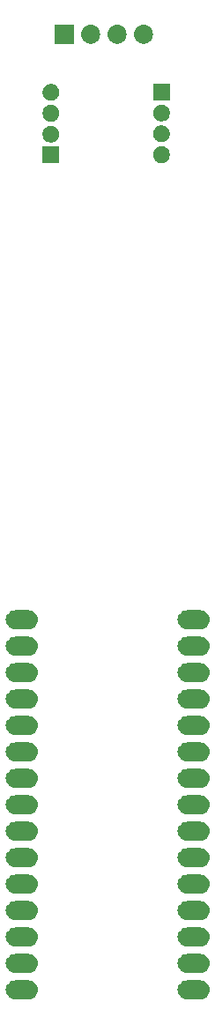
<source format=gbr>
G04 #@! TF.GenerationSoftware,KiCad,Pcbnew,(5.1.0-0)*
G04 #@! TF.CreationDate,2020-01-22T16:50:41+01:00*
G04 #@! TF.ProjectId,pino_brd_v01,70696e6f-5f62-4726-945f-7630312e6b69,rev?*
G04 #@! TF.SameCoordinates,Original*
G04 #@! TF.FileFunction,Soldermask,Bot*
G04 #@! TF.FilePolarity,Negative*
%FSLAX46Y46*%
G04 Gerber Fmt 4.6, Leading zero omitted, Abs format (unit mm)*
G04 Created by KiCad (PCBNEW (5.1.0-0)) date 2020-01-22 16:50:41*
%MOMM*%
%LPD*%
G04 APERTURE LIST*
%ADD10C,0.100000*%
G04 APERTURE END LIST*
D10*
G36*
X23158163Y5126121D02*
G01*
X23224347Y5119603D01*
X23394186Y5068083D01*
X23550711Y4984418D01*
X23586449Y4955088D01*
X23687906Y4871826D01*
X23771168Y4770369D01*
X23800498Y4734631D01*
X23884163Y4578106D01*
X23935683Y4408267D01*
X23953079Y4231640D01*
X23935683Y4055013D01*
X23884163Y3885174D01*
X23800498Y3728649D01*
X23771168Y3692911D01*
X23687906Y3591454D01*
X23586449Y3508192D01*
X23550711Y3478862D01*
X23394186Y3395197D01*
X23224347Y3343677D01*
X23158163Y3337159D01*
X23091980Y3330640D01*
X21703460Y3330640D01*
X21637277Y3337159D01*
X21571093Y3343677D01*
X21401254Y3395197D01*
X21244729Y3478862D01*
X21208991Y3508192D01*
X21107534Y3591454D01*
X21024272Y3692911D01*
X20994942Y3728649D01*
X20911277Y3885174D01*
X20859757Y4055013D01*
X20842361Y4231640D01*
X20859757Y4408267D01*
X20911277Y4578106D01*
X20994942Y4734631D01*
X21024272Y4770369D01*
X21107534Y4871826D01*
X21208991Y4955088D01*
X21244729Y4984418D01*
X21401254Y5068083D01*
X21571093Y5119603D01*
X21637277Y5126121D01*
X21703460Y5132640D01*
X23091980Y5132640D01*
X23158163Y5126121D01*
X23158163Y5126121D01*
G37*
G36*
X6648163Y5126121D02*
G01*
X6714347Y5119603D01*
X6884186Y5068083D01*
X7040711Y4984418D01*
X7076449Y4955088D01*
X7177906Y4871826D01*
X7261168Y4770369D01*
X7290498Y4734631D01*
X7374163Y4578106D01*
X7425683Y4408267D01*
X7443079Y4231640D01*
X7425683Y4055013D01*
X7374163Y3885174D01*
X7290498Y3728649D01*
X7261168Y3692911D01*
X7177906Y3591454D01*
X7076449Y3508192D01*
X7040711Y3478862D01*
X6884186Y3395197D01*
X6714347Y3343677D01*
X6648163Y3337159D01*
X6581980Y3330640D01*
X5193460Y3330640D01*
X5127277Y3337159D01*
X5061093Y3343677D01*
X4891254Y3395197D01*
X4734729Y3478862D01*
X4698991Y3508192D01*
X4597534Y3591454D01*
X4514272Y3692911D01*
X4484942Y3728649D01*
X4401277Y3885174D01*
X4349757Y4055013D01*
X4332361Y4231640D01*
X4349757Y4408267D01*
X4401277Y4578106D01*
X4484942Y4734631D01*
X4514272Y4770369D01*
X4597534Y4871826D01*
X4698991Y4955088D01*
X4734729Y4984418D01*
X4891254Y5068083D01*
X5061093Y5119603D01*
X5127277Y5126121D01*
X5193460Y5132640D01*
X6581980Y5132640D01*
X6648163Y5126121D01*
X6648163Y5126121D01*
G37*
G36*
X23158163Y7666121D02*
G01*
X23224347Y7659603D01*
X23394186Y7608083D01*
X23550711Y7524418D01*
X23586449Y7495088D01*
X23687906Y7411826D01*
X23771168Y7310369D01*
X23800498Y7274631D01*
X23884163Y7118106D01*
X23935683Y6948267D01*
X23953079Y6771640D01*
X23935683Y6595013D01*
X23884163Y6425174D01*
X23800498Y6268649D01*
X23771168Y6232911D01*
X23687906Y6131454D01*
X23586449Y6048192D01*
X23550711Y6018862D01*
X23394186Y5935197D01*
X23224347Y5883677D01*
X23158162Y5877158D01*
X23091980Y5870640D01*
X21703460Y5870640D01*
X21637277Y5877159D01*
X21571093Y5883677D01*
X21401254Y5935197D01*
X21244729Y6018862D01*
X21208991Y6048192D01*
X21107534Y6131454D01*
X21024272Y6232911D01*
X20994942Y6268649D01*
X20911277Y6425174D01*
X20859757Y6595013D01*
X20842361Y6771640D01*
X20859757Y6948267D01*
X20911277Y7118106D01*
X20994942Y7274631D01*
X21024272Y7310369D01*
X21107534Y7411826D01*
X21208991Y7495088D01*
X21244729Y7524418D01*
X21401254Y7608083D01*
X21571093Y7659603D01*
X21637277Y7666121D01*
X21703460Y7672640D01*
X23091980Y7672640D01*
X23158163Y7666121D01*
X23158163Y7666121D01*
G37*
G36*
X6648163Y7666121D02*
G01*
X6714347Y7659603D01*
X6884186Y7608083D01*
X7040711Y7524418D01*
X7076449Y7495088D01*
X7177906Y7411826D01*
X7261168Y7310369D01*
X7290498Y7274631D01*
X7374163Y7118106D01*
X7425683Y6948267D01*
X7443079Y6771640D01*
X7425683Y6595013D01*
X7374163Y6425174D01*
X7290498Y6268649D01*
X7261168Y6232911D01*
X7177906Y6131454D01*
X7076449Y6048192D01*
X7040711Y6018862D01*
X6884186Y5935197D01*
X6714347Y5883677D01*
X6648162Y5877158D01*
X6581980Y5870640D01*
X5193460Y5870640D01*
X5127278Y5877158D01*
X5061093Y5883677D01*
X4891254Y5935197D01*
X4734729Y6018862D01*
X4698991Y6048192D01*
X4597534Y6131454D01*
X4514272Y6232911D01*
X4484942Y6268649D01*
X4401277Y6425174D01*
X4349757Y6595013D01*
X4332361Y6771640D01*
X4349757Y6948267D01*
X4401277Y7118106D01*
X4484942Y7274631D01*
X4514272Y7310369D01*
X4597534Y7411826D01*
X4698991Y7495088D01*
X4734729Y7524418D01*
X4891254Y7608083D01*
X5061093Y7659603D01*
X5127277Y7666121D01*
X5193460Y7672640D01*
X6581980Y7672640D01*
X6648163Y7666121D01*
X6648163Y7666121D01*
G37*
G36*
X23158163Y10206121D02*
G01*
X23224347Y10199603D01*
X23394186Y10148083D01*
X23550711Y10064418D01*
X23586449Y10035088D01*
X23687906Y9951826D01*
X23771168Y9850369D01*
X23800498Y9814631D01*
X23884163Y9658106D01*
X23935683Y9488267D01*
X23953079Y9311640D01*
X23935683Y9135013D01*
X23884163Y8965174D01*
X23800498Y8808649D01*
X23771168Y8772911D01*
X23687906Y8671454D01*
X23586449Y8588192D01*
X23550711Y8558862D01*
X23394186Y8475197D01*
X23224347Y8423677D01*
X23158162Y8417158D01*
X23091980Y8410640D01*
X21703460Y8410640D01*
X21637278Y8417158D01*
X21571093Y8423677D01*
X21401254Y8475197D01*
X21244729Y8558862D01*
X21208991Y8588192D01*
X21107534Y8671454D01*
X21024272Y8772911D01*
X20994942Y8808649D01*
X20911277Y8965174D01*
X20859757Y9135013D01*
X20842361Y9311640D01*
X20859757Y9488267D01*
X20911277Y9658106D01*
X20994942Y9814631D01*
X21024272Y9850369D01*
X21107534Y9951826D01*
X21208991Y10035088D01*
X21244729Y10064418D01*
X21401254Y10148083D01*
X21571093Y10199603D01*
X21637277Y10206121D01*
X21703460Y10212640D01*
X23091980Y10212640D01*
X23158163Y10206121D01*
X23158163Y10206121D01*
G37*
G36*
X6648163Y10206121D02*
G01*
X6714347Y10199603D01*
X6884186Y10148083D01*
X7040711Y10064418D01*
X7076449Y10035088D01*
X7177906Y9951826D01*
X7261168Y9850369D01*
X7290498Y9814631D01*
X7374163Y9658106D01*
X7425683Y9488267D01*
X7443079Y9311640D01*
X7425683Y9135013D01*
X7374163Y8965174D01*
X7290498Y8808649D01*
X7261168Y8772911D01*
X7177906Y8671454D01*
X7076449Y8588192D01*
X7040711Y8558862D01*
X6884186Y8475197D01*
X6714347Y8423677D01*
X6648162Y8417158D01*
X6581980Y8410640D01*
X5193460Y8410640D01*
X5127278Y8417158D01*
X5061093Y8423677D01*
X4891254Y8475197D01*
X4734729Y8558862D01*
X4698991Y8588192D01*
X4597534Y8671454D01*
X4514272Y8772911D01*
X4484942Y8808649D01*
X4401277Y8965174D01*
X4349757Y9135013D01*
X4332361Y9311640D01*
X4349757Y9488267D01*
X4401277Y9658106D01*
X4484942Y9814631D01*
X4514272Y9850369D01*
X4597534Y9951826D01*
X4698991Y10035088D01*
X4734729Y10064418D01*
X4891254Y10148083D01*
X5061093Y10199603D01*
X5127277Y10206121D01*
X5193460Y10212640D01*
X6581980Y10212640D01*
X6648163Y10206121D01*
X6648163Y10206121D01*
G37*
G36*
X23158162Y12746122D02*
G01*
X23224347Y12739603D01*
X23394186Y12688083D01*
X23550711Y12604418D01*
X23586449Y12575088D01*
X23687906Y12491826D01*
X23771168Y12390369D01*
X23800498Y12354631D01*
X23884163Y12198106D01*
X23935683Y12028267D01*
X23953079Y11851640D01*
X23935683Y11675013D01*
X23884163Y11505174D01*
X23800498Y11348649D01*
X23771168Y11312911D01*
X23687906Y11211454D01*
X23586449Y11128192D01*
X23550711Y11098862D01*
X23394186Y11015197D01*
X23224347Y10963677D01*
X23158162Y10957158D01*
X23091980Y10950640D01*
X21703460Y10950640D01*
X21637278Y10957158D01*
X21571093Y10963677D01*
X21401254Y11015197D01*
X21244729Y11098862D01*
X21208991Y11128192D01*
X21107534Y11211454D01*
X21024272Y11312911D01*
X20994942Y11348649D01*
X20911277Y11505174D01*
X20859757Y11675013D01*
X20842361Y11851640D01*
X20859757Y12028267D01*
X20911277Y12198106D01*
X20994942Y12354631D01*
X21024272Y12390369D01*
X21107534Y12491826D01*
X21208991Y12575088D01*
X21244729Y12604418D01*
X21401254Y12688083D01*
X21571093Y12739603D01*
X21637277Y12746121D01*
X21703460Y12752640D01*
X23091980Y12752640D01*
X23158162Y12746122D01*
X23158162Y12746122D01*
G37*
G36*
X6648162Y12746122D02*
G01*
X6714347Y12739603D01*
X6884186Y12688083D01*
X7040711Y12604418D01*
X7076449Y12575088D01*
X7177906Y12491826D01*
X7261168Y12390369D01*
X7290498Y12354631D01*
X7374163Y12198106D01*
X7425683Y12028267D01*
X7443079Y11851640D01*
X7425683Y11675013D01*
X7374163Y11505174D01*
X7290498Y11348649D01*
X7261168Y11312911D01*
X7177906Y11211454D01*
X7076449Y11128192D01*
X7040711Y11098862D01*
X6884186Y11015197D01*
X6714347Y10963677D01*
X6648162Y10957158D01*
X6581980Y10950640D01*
X5193460Y10950640D01*
X5127278Y10957158D01*
X5061093Y10963677D01*
X4891254Y11015197D01*
X4734729Y11098862D01*
X4698991Y11128192D01*
X4597534Y11211454D01*
X4514272Y11312911D01*
X4484942Y11348649D01*
X4401277Y11505174D01*
X4349757Y11675013D01*
X4332361Y11851640D01*
X4349757Y12028267D01*
X4401277Y12198106D01*
X4484942Y12354631D01*
X4514272Y12390369D01*
X4597534Y12491826D01*
X4698991Y12575088D01*
X4734729Y12604418D01*
X4891254Y12688083D01*
X5061093Y12739603D01*
X5127277Y12746121D01*
X5193460Y12752640D01*
X6581980Y12752640D01*
X6648162Y12746122D01*
X6648162Y12746122D01*
G37*
G36*
X6648163Y15286121D02*
G01*
X6714347Y15279603D01*
X6884186Y15228083D01*
X7040711Y15144418D01*
X7076449Y15115088D01*
X7177906Y15031826D01*
X7261168Y14930369D01*
X7290498Y14894631D01*
X7374163Y14738106D01*
X7425683Y14568267D01*
X7443079Y14391640D01*
X7425683Y14215013D01*
X7374163Y14045174D01*
X7290498Y13888649D01*
X7261168Y13852911D01*
X7177906Y13751454D01*
X7076449Y13668192D01*
X7040711Y13638862D01*
X6884186Y13555197D01*
X6714347Y13503677D01*
X6648162Y13497158D01*
X6581980Y13490640D01*
X5193460Y13490640D01*
X5127278Y13497158D01*
X5061093Y13503677D01*
X4891254Y13555197D01*
X4734729Y13638862D01*
X4698991Y13668192D01*
X4597534Y13751454D01*
X4514272Y13852911D01*
X4484942Y13888649D01*
X4401277Y14045174D01*
X4349757Y14215013D01*
X4332361Y14391640D01*
X4349757Y14568267D01*
X4401277Y14738106D01*
X4484942Y14894631D01*
X4514272Y14930369D01*
X4597534Y15031826D01*
X4698991Y15115088D01*
X4734729Y15144418D01*
X4891254Y15228083D01*
X5061093Y15279603D01*
X5127277Y15286121D01*
X5193460Y15292640D01*
X6581980Y15292640D01*
X6648163Y15286121D01*
X6648163Y15286121D01*
G37*
G36*
X23158163Y15286121D02*
G01*
X23224347Y15279603D01*
X23394186Y15228083D01*
X23550711Y15144418D01*
X23586449Y15115088D01*
X23687906Y15031826D01*
X23771168Y14930369D01*
X23800498Y14894631D01*
X23884163Y14738106D01*
X23935683Y14568267D01*
X23953079Y14391640D01*
X23935683Y14215013D01*
X23884163Y14045174D01*
X23800498Y13888649D01*
X23771168Y13852911D01*
X23687906Y13751454D01*
X23586449Y13668192D01*
X23550711Y13638862D01*
X23394186Y13555197D01*
X23224347Y13503677D01*
X23158162Y13497158D01*
X23091980Y13490640D01*
X21703460Y13490640D01*
X21637278Y13497158D01*
X21571093Y13503677D01*
X21401254Y13555197D01*
X21244729Y13638862D01*
X21208991Y13668192D01*
X21107534Y13751454D01*
X21024272Y13852911D01*
X20994942Y13888649D01*
X20911277Y14045174D01*
X20859757Y14215013D01*
X20842361Y14391640D01*
X20859757Y14568267D01*
X20911277Y14738106D01*
X20994942Y14894631D01*
X21024272Y14930369D01*
X21107534Y15031826D01*
X21208991Y15115088D01*
X21244729Y15144418D01*
X21401254Y15228083D01*
X21571093Y15279603D01*
X21637277Y15286121D01*
X21703460Y15292640D01*
X23091980Y15292640D01*
X23158163Y15286121D01*
X23158163Y15286121D01*
G37*
G36*
X6648163Y17826121D02*
G01*
X6714347Y17819603D01*
X6884186Y17768083D01*
X7040711Y17684418D01*
X7076449Y17655088D01*
X7177906Y17571826D01*
X7261168Y17470369D01*
X7290498Y17434631D01*
X7374163Y17278106D01*
X7425683Y17108267D01*
X7443079Y16931640D01*
X7425683Y16755013D01*
X7374163Y16585174D01*
X7290498Y16428649D01*
X7261168Y16392911D01*
X7177906Y16291454D01*
X7076449Y16208192D01*
X7040711Y16178862D01*
X6884186Y16095197D01*
X6714347Y16043677D01*
X6648163Y16037159D01*
X6581980Y16030640D01*
X5193460Y16030640D01*
X5127277Y16037159D01*
X5061093Y16043677D01*
X4891254Y16095197D01*
X4734729Y16178862D01*
X4698991Y16208192D01*
X4597534Y16291454D01*
X4514272Y16392911D01*
X4484942Y16428649D01*
X4401277Y16585174D01*
X4349757Y16755013D01*
X4332361Y16931640D01*
X4349757Y17108267D01*
X4401277Y17278106D01*
X4484942Y17434631D01*
X4514272Y17470369D01*
X4597534Y17571826D01*
X4698991Y17655088D01*
X4734729Y17684418D01*
X4891254Y17768083D01*
X5061093Y17819603D01*
X5127277Y17826121D01*
X5193460Y17832640D01*
X6581980Y17832640D01*
X6648163Y17826121D01*
X6648163Y17826121D01*
G37*
G36*
X23158163Y17826121D02*
G01*
X23224347Y17819603D01*
X23394186Y17768083D01*
X23550711Y17684418D01*
X23586449Y17655088D01*
X23687906Y17571826D01*
X23771168Y17470369D01*
X23800498Y17434631D01*
X23884163Y17278106D01*
X23935683Y17108267D01*
X23953079Y16931640D01*
X23935683Y16755013D01*
X23884163Y16585174D01*
X23800498Y16428649D01*
X23771168Y16392911D01*
X23687906Y16291454D01*
X23586449Y16208192D01*
X23550711Y16178862D01*
X23394186Y16095197D01*
X23224347Y16043677D01*
X23158163Y16037159D01*
X23091980Y16030640D01*
X21703460Y16030640D01*
X21637277Y16037159D01*
X21571093Y16043677D01*
X21401254Y16095197D01*
X21244729Y16178862D01*
X21208991Y16208192D01*
X21107534Y16291454D01*
X21024272Y16392911D01*
X20994942Y16428649D01*
X20911277Y16585174D01*
X20859757Y16755013D01*
X20842361Y16931640D01*
X20859757Y17108267D01*
X20911277Y17278106D01*
X20994942Y17434631D01*
X21024272Y17470369D01*
X21107534Y17571826D01*
X21208991Y17655088D01*
X21244729Y17684418D01*
X21401254Y17768083D01*
X21571093Y17819603D01*
X21637277Y17826121D01*
X21703460Y17832640D01*
X23091980Y17832640D01*
X23158163Y17826121D01*
X23158163Y17826121D01*
G37*
G36*
X23158163Y20366121D02*
G01*
X23224347Y20359603D01*
X23394186Y20308083D01*
X23550711Y20224418D01*
X23586449Y20195088D01*
X23687906Y20111826D01*
X23771168Y20010369D01*
X23800498Y19974631D01*
X23884163Y19818106D01*
X23935683Y19648267D01*
X23953079Y19471640D01*
X23935683Y19295013D01*
X23884163Y19125174D01*
X23800498Y18968649D01*
X23771168Y18932911D01*
X23687906Y18831454D01*
X23586449Y18748192D01*
X23550711Y18718862D01*
X23394186Y18635197D01*
X23224347Y18583677D01*
X23158162Y18577158D01*
X23091980Y18570640D01*
X21703460Y18570640D01*
X21637278Y18577158D01*
X21571093Y18583677D01*
X21401254Y18635197D01*
X21244729Y18718862D01*
X21208991Y18748192D01*
X21107534Y18831454D01*
X21024272Y18932911D01*
X20994942Y18968649D01*
X20911277Y19125174D01*
X20859757Y19295013D01*
X20842361Y19471640D01*
X20859757Y19648267D01*
X20911277Y19818106D01*
X20994942Y19974631D01*
X21024272Y20010369D01*
X21107534Y20111826D01*
X21208991Y20195088D01*
X21244729Y20224418D01*
X21401254Y20308083D01*
X21571093Y20359603D01*
X21637277Y20366121D01*
X21703460Y20372640D01*
X23091980Y20372640D01*
X23158163Y20366121D01*
X23158163Y20366121D01*
G37*
G36*
X6648163Y20366121D02*
G01*
X6714347Y20359603D01*
X6884186Y20308083D01*
X7040711Y20224418D01*
X7076449Y20195088D01*
X7177906Y20111826D01*
X7261168Y20010369D01*
X7290498Y19974631D01*
X7374163Y19818106D01*
X7425683Y19648267D01*
X7443079Y19471640D01*
X7425683Y19295013D01*
X7374163Y19125174D01*
X7290498Y18968649D01*
X7261168Y18932911D01*
X7177906Y18831454D01*
X7076449Y18748192D01*
X7040711Y18718862D01*
X6884186Y18635197D01*
X6714347Y18583677D01*
X6648162Y18577158D01*
X6581980Y18570640D01*
X5193460Y18570640D01*
X5127278Y18577158D01*
X5061093Y18583677D01*
X4891254Y18635197D01*
X4734729Y18718862D01*
X4698991Y18748192D01*
X4597534Y18831454D01*
X4514272Y18932911D01*
X4484942Y18968649D01*
X4401277Y19125174D01*
X4349757Y19295013D01*
X4332361Y19471640D01*
X4349757Y19648267D01*
X4401277Y19818106D01*
X4484942Y19974631D01*
X4514272Y20010369D01*
X4597534Y20111826D01*
X4698991Y20195088D01*
X4734729Y20224418D01*
X4891254Y20308083D01*
X5061093Y20359603D01*
X5127277Y20366121D01*
X5193460Y20372640D01*
X6581980Y20372640D01*
X6648163Y20366121D01*
X6648163Y20366121D01*
G37*
G36*
X6648162Y22906122D02*
G01*
X6714347Y22899603D01*
X6884186Y22848083D01*
X7040711Y22764418D01*
X7076449Y22735088D01*
X7177906Y22651826D01*
X7261168Y22550369D01*
X7290498Y22514631D01*
X7374163Y22358106D01*
X7425683Y22188267D01*
X7443079Y22011640D01*
X7425683Y21835013D01*
X7374163Y21665174D01*
X7290498Y21508649D01*
X7261168Y21472911D01*
X7177906Y21371454D01*
X7076449Y21288192D01*
X7040711Y21258862D01*
X6884186Y21175197D01*
X6714347Y21123677D01*
X6648162Y21117158D01*
X6581980Y21110640D01*
X5193460Y21110640D01*
X5127278Y21117158D01*
X5061093Y21123677D01*
X4891254Y21175197D01*
X4734729Y21258862D01*
X4698991Y21288192D01*
X4597534Y21371454D01*
X4514272Y21472911D01*
X4484942Y21508649D01*
X4401277Y21665174D01*
X4349757Y21835013D01*
X4332361Y22011640D01*
X4349757Y22188267D01*
X4401277Y22358106D01*
X4484942Y22514631D01*
X4514272Y22550369D01*
X4597534Y22651826D01*
X4698991Y22735088D01*
X4734729Y22764418D01*
X4891254Y22848083D01*
X5061093Y22899603D01*
X5127278Y22906122D01*
X5193460Y22912640D01*
X6581980Y22912640D01*
X6648162Y22906122D01*
X6648162Y22906122D01*
G37*
G36*
X23158162Y22906122D02*
G01*
X23224347Y22899603D01*
X23394186Y22848083D01*
X23550711Y22764418D01*
X23586449Y22735088D01*
X23687906Y22651826D01*
X23771168Y22550369D01*
X23800498Y22514631D01*
X23884163Y22358106D01*
X23935683Y22188267D01*
X23953079Y22011640D01*
X23935683Y21835013D01*
X23884163Y21665174D01*
X23800498Y21508649D01*
X23771168Y21472911D01*
X23687906Y21371454D01*
X23586449Y21288192D01*
X23550711Y21258862D01*
X23394186Y21175197D01*
X23224347Y21123677D01*
X23158162Y21117158D01*
X23091980Y21110640D01*
X21703460Y21110640D01*
X21637278Y21117158D01*
X21571093Y21123677D01*
X21401254Y21175197D01*
X21244729Y21258862D01*
X21208991Y21288192D01*
X21107534Y21371454D01*
X21024272Y21472911D01*
X20994942Y21508649D01*
X20911277Y21665174D01*
X20859757Y21835013D01*
X20842361Y22011640D01*
X20859757Y22188267D01*
X20911277Y22358106D01*
X20994942Y22514631D01*
X21024272Y22550369D01*
X21107534Y22651826D01*
X21208991Y22735088D01*
X21244729Y22764418D01*
X21401254Y22848083D01*
X21571093Y22899603D01*
X21637278Y22906122D01*
X21703460Y22912640D01*
X23091980Y22912640D01*
X23158162Y22906122D01*
X23158162Y22906122D01*
G37*
G36*
X6648162Y25446122D02*
G01*
X6714347Y25439603D01*
X6884186Y25388083D01*
X7040711Y25304418D01*
X7076449Y25275088D01*
X7177906Y25191826D01*
X7261168Y25090369D01*
X7290498Y25054631D01*
X7374163Y24898106D01*
X7425683Y24728267D01*
X7443079Y24551640D01*
X7425683Y24375013D01*
X7374163Y24205174D01*
X7290498Y24048649D01*
X7261168Y24012911D01*
X7177906Y23911454D01*
X7076449Y23828192D01*
X7040711Y23798862D01*
X6884186Y23715197D01*
X6714347Y23663677D01*
X6648162Y23657158D01*
X6581980Y23650640D01*
X5193460Y23650640D01*
X5127278Y23657158D01*
X5061093Y23663677D01*
X4891254Y23715197D01*
X4734729Y23798862D01*
X4698991Y23828192D01*
X4597534Y23911454D01*
X4514272Y24012911D01*
X4484942Y24048649D01*
X4401277Y24205174D01*
X4349757Y24375013D01*
X4332361Y24551640D01*
X4349757Y24728267D01*
X4401277Y24898106D01*
X4484942Y25054631D01*
X4514272Y25090369D01*
X4597534Y25191826D01*
X4698991Y25275088D01*
X4734729Y25304418D01*
X4891254Y25388083D01*
X5061093Y25439603D01*
X5127278Y25446122D01*
X5193460Y25452640D01*
X6581980Y25452640D01*
X6648162Y25446122D01*
X6648162Y25446122D01*
G37*
G36*
X23158162Y25446122D02*
G01*
X23224347Y25439603D01*
X23394186Y25388083D01*
X23550711Y25304418D01*
X23586449Y25275088D01*
X23687906Y25191826D01*
X23771168Y25090369D01*
X23800498Y25054631D01*
X23884163Y24898106D01*
X23935683Y24728267D01*
X23953079Y24551640D01*
X23935683Y24375013D01*
X23884163Y24205174D01*
X23800498Y24048649D01*
X23771168Y24012911D01*
X23687906Y23911454D01*
X23586449Y23828192D01*
X23550711Y23798862D01*
X23394186Y23715197D01*
X23224347Y23663677D01*
X23158162Y23657158D01*
X23091980Y23650640D01*
X21703460Y23650640D01*
X21637278Y23657158D01*
X21571093Y23663677D01*
X21401254Y23715197D01*
X21244729Y23798862D01*
X21208991Y23828192D01*
X21107534Y23911454D01*
X21024272Y24012911D01*
X20994942Y24048649D01*
X20911277Y24205174D01*
X20859757Y24375013D01*
X20842361Y24551640D01*
X20859757Y24728267D01*
X20911277Y24898106D01*
X20994942Y25054631D01*
X21024272Y25090369D01*
X21107534Y25191826D01*
X21208991Y25275088D01*
X21244729Y25304418D01*
X21401254Y25388083D01*
X21571093Y25439603D01*
X21637278Y25446122D01*
X21703460Y25452640D01*
X23091980Y25452640D01*
X23158162Y25446122D01*
X23158162Y25446122D01*
G37*
G36*
X6648163Y27986121D02*
G01*
X6714347Y27979603D01*
X6884186Y27928083D01*
X7040711Y27844418D01*
X7076449Y27815088D01*
X7177906Y27731826D01*
X7261168Y27630369D01*
X7290498Y27594631D01*
X7374163Y27438106D01*
X7425683Y27268267D01*
X7443079Y27091640D01*
X7425683Y26915013D01*
X7374163Y26745174D01*
X7290498Y26588649D01*
X7261168Y26552911D01*
X7177906Y26451454D01*
X7076449Y26368192D01*
X7040711Y26338862D01*
X6884186Y26255197D01*
X6714347Y26203677D01*
X6648162Y26197158D01*
X6581980Y26190640D01*
X5193460Y26190640D01*
X5127278Y26197158D01*
X5061093Y26203677D01*
X4891254Y26255197D01*
X4734729Y26338862D01*
X4698991Y26368192D01*
X4597534Y26451454D01*
X4514272Y26552911D01*
X4484942Y26588649D01*
X4401277Y26745174D01*
X4349757Y26915013D01*
X4332361Y27091640D01*
X4349757Y27268267D01*
X4401277Y27438106D01*
X4484942Y27594631D01*
X4514272Y27630369D01*
X4597534Y27731826D01*
X4698991Y27815088D01*
X4734729Y27844418D01*
X4891254Y27928083D01*
X5061093Y27979603D01*
X5127277Y27986121D01*
X5193460Y27992640D01*
X6581980Y27992640D01*
X6648163Y27986121D01*
X6648163Y27986121D01*
G37*
G36*
X23158163Y27986121D02*
G01*
X23224347Y27979603D01*
X23394186Y27928083D01*
X23550711Y27844418D01*
X23586449Y27815088D01*
X23687906Y27731826D01*
X23771168Y27630369D01*
X23800498Y27594631D01*
X23884163Y27438106D01*
X23935683Y27268267D01*
X23953079Y27091640D01*
X23935683Y26915013D01*
X23884163Y26745174D01*
X23800498Y26588649D01*
X23771168Y26552911D01*
X23687906Y26451454D01*
X23586449Y26368192D01*
X23550711Y26338862D01*
X23394186Y26255197D01*
X23224347Y26203677D01*
X23158162Y26197158D01*
X23091980Y26190640D01*
X21703460Y26190640D01*
X21637278Y26197158D01*
X21571093Y26203677D01*
X21401254Y26255197D01*
X21244729Y26338862D01*
X21208991Y26368192D01*
X21107534Y26451454D01*
X21024272Y26552911D01*
X20994942Y26588649D01*
X20911277Y26745174D01*
X20859757Y26915013D01*
X20842361Y27091640D01*
X20859757Y27268267D01*
X20911277Y27438106D01*
X20994942Y27594631D01*
X21024272Y27630369D01*
X21107534Y27731826D01*
X21208991Y27815088D01*
X21244729Y27844418D01*
X21401254Y27928083D01*
X21571093Y27979603D01*
X21637277Y27986121D01*
X21703460Y27992640D01*
X23091980Y27992640D01*
X23158163Y27986121D01*
X23158163Y27986121D01*
G37*
G36*
X6648163Y30526121D02*
G01*
X6714347Y30519603D01*
X6884186Y30468083D01*
X7040711Y30384418D01*
X7076449Y30355088D01*
X7177906Y30271826D01*
X7261168Y30170369D01*
X7290498Y30134631D01*
X7374163Y29978106D01*
X7425683Y29808267D01*
X7443079Y29631640D01*
X7425683Y29455013D01*
X7374163Y29285174D01*
X7290498Y29128649D01*
X7261168Y29092911D01*
X7177906Y28991454D01*
X7076449Y28908192D01*
X7040711Y28878862D01*
X6884186Y28795197D01*
X6714347Y28743677D01*
X6648162Y28737158D01*
X6581980Y28730640D01*
X5193460Y28730640D01*
X5127278Y28737158D01*
X5061093Y28743677D01*
X4891254Y28795197D01*
X4734729Y28878862D01*
X4698991Y28908192D01*
X4597534Y28991454D01*
X4514272Y29092911D01*
X4484942Y29128649D01*
X4401277Y29285174D01*
X4349757Y29455013D01*
X4332361Y29631640D01*
X4349757Y29808267D01*
X4401277Y29978106D01*
X4484942Y30134631D01*
X4514272Y30170369D01*
X4597534Y30271826D01*
X4698991Y30355088D01*
X4734729Y30384418D01*
X4891254Y30468083D01*
X5061093Y30519603D01*
X5127277Y30526121D01*
X5193460Y30532640D01*
X6581980Y30532640D01*
X6648163Y30526121D01*
X6648163Y30526121D01*
G37*
G36*
X23158163Y30526121D02*
G01*
X23224347Y30519603D01*
X23394186Y30468083D01*
X23550711Y30384418D01*
X23586449Y30355088D01*
X23687906Y30271826D01*
X23771168Y30170369D01*
X23800498Y30134631D01*
X23884163Y29978106D01*
X23935683Y29808267D01*
X23953079Y29631640D01*
X23935683Y29455013D01*
X23884163Y29285174D01*
X23800498Y29128649D01*
X23771168Y29092911D01*
X23687906Y28991454D01*
X23586449Y28908192D01*
X23550711Y28878862D01*
X23394186Y28795197D01*
X23224347Y28743677D01*
X23158162Y28737158D01*
X23091980Y28730640D01*
X21703460Y28730640D01*
X21637278Y28737158D01*
X21571093Y28743677D01*
X21401254Y28795197D01*
X21244729Y28878862D01*
X21208991Y28908192D01*
X21107534Y28991454D01*
X21024272Y29092911D01*
X20994942Y29128649D01*
X20911277Y29285174D01*
X20859757Y29455013D01*
X20842361Y29631640D01*
X20859757Y29808267D01*
X20911277Y29978106D01*
X20994942Y30134631D01*
X21024272Y30170369D01*
X21107534Y30271826D01*
X21208991Y30355088D01*
X21244729Y30384418D01*
X21401254Y30468083D01*
X21571093Y30519603D01*
X21637277Y30526121D01*
X21703460Y30532640D01*
X23091980Y30532640D01*
X23158163Y30526121D01*
X23158163Y30526121D01*
G37*
G36*
X23158163Y33066121D02*
G01*
X23224347Y33059603D01*
X23394186Y33008083D01*
X23550711Y32924418D01*
X23586449Y32895088D01*
X23687906Y32811826D01*
X23771168Y32710369D01*
X23800498Y32674631D01*
X23884163Y32518106D01*
X23935683Y32348267D01*
X23953079Y32171640D01*
X23935683Y31995013D01*
X23884163Y31825174D01*
X23800498Y31668649D01*
X23771168Y31632911D01*
X23687906Y31531454D01*
X23586449Y31448192D01*
X23550711Y31418862D01*
X23394186Y31335197D01*
X23224347Y31283677D01*
X23158163Y31277159D01*
X23091980Y31270640D01*
X21703460Y31270640D01*
X21637277Y31277159D01*
X21571093Y31283677D01*
X21401254Y31335197D01*
X21244729Y31418862D01*
X21208991Y31448192D01*
X21107534Y31531454D01*
X21024272Y31632911D01*
X20994942Y31668649D01*
X20911277Y31825174D01*
X20859757Y31995013D01*
X20842361Y32171640D01*
X20859757Y32348267D01*
X20911277Y32518106D01*
X20994942Y32674631D01*
X21024272Y32710369D01*
X21107534Y32811826D01*
X21208991Y32895088D01*
X21244729Y32924418D01*
X21401254Y33008083D01*
X21571093Y33059603D01*
X21637277Y33066121D01*
X21703460Y33072640D01*
X23091980Y33072640D01*
X23158163Y33066121D01*
X23158163Y33066121D01*
G37*
G36*
X6648163Y33066121D02*
G01*
X6714347Y33059603D01*
X6884186Y33008083D01*
X7040711Y32924418D01*
X7076449Y32895088D01*
X7177906Y32811826D01*
X7261168Y32710369D01*
X7290498Y32674631D01*
X7374163Y32518106D01*
X7425683Y32348267D01*
X7443079Y32171640D01*
X7425683Y31995013D01*
X7374163Y31825174D01*
X7290498Y31668649D01*
X7261168Y31632911D01*
X7177906Y31531454D01*
X7076449Y31448192D01*
X7040711Y31418862D01*
X6884186Y31335197D01*
X6714347Y31283677D01*
X6648163Y31277159D01*
X6581980Y31270640D01*
X5193460Y31270640D01*
X5127277Y31277159D01*
X5061093Y31283677D01*
X4891254Y31335197D01*
X4734729Y31418862D01*
X4698991Y31448192D01*
X4597534Y31531454D01*
X4514272Y31632911D01*
X4484942Y31668649D01*
X4401277Y31825174D01*
X4349757Y31995013D01*
X4332361Y32171640D01*
X4349757Y32348267D01*
X4401277Y32518106D01*
X4484942Y32674631D01*
X4514272Y32710369D01*
X4597534Y32811826D01*
X4698991Y32895088D01*
X4734729Y32924418D01*
X4891254Y33008083D01*
X5061093Y33059603D01*
X5127277Y33066121D01*
X5193460Y33072640D01*
X6581980Y33072640D01*
X6648163Y33066121D01*
X6648163Y33066121D01*
G37*
G36*
X23158163Y35606121D02*
G01*
X23224347Y35599603D01*
X23394186Y35548083D01*
X23550711Y35464418D01*
X23586449Y35435088D01*
X23687906Y35351826D01*
X23771168Y35250369D01*
X23800498Y35214631D01*
X23884163Y35058106D01*
X23935683Y34888267D01*
X23953079Y34711640D01*
X23935683Y34535013D01*
X23884163Y34365174D01*
X23800498Y34208649D01*
X23771168Y34172911D01*
X23687906Y34071454D01*
X23586449Y33988192D01*
X23550711Y33958862D01*
X23394186Y33875197D01*
X23224347Y33823677D01*
X23158163Y33817159D01*
X23091980Y33810640D01*
X21703460Y33810640D01*
X21637277Y33817159D01*
X21571093Y33823677D01*
X21401254Y33875197D01*
X21244729Y33958862D01*
X21208991Y33988192D01*
X21107534Y34071454D01*
X21024272Y34172911D01*
X20994942Y34208649D01*
X20911277Y34365174D01*
X20859757Y34535013D01*
X20842361Y34711640D01*
X20859757Y34888267D01*
X20911277Y35058106D01*
X20994942Y35214631D01*
X21024272Y35250369D01*
X21107534Y35351826D01*
X21208991Y35435088D01*
X21244729Y35464418D01*
X21401254Y35548083D01*
X21571093Y35599603D01*
X21637277Y35606121D01*
X21703460Y35612640D01*
X23091980Y35612640D01*
X23158163Y35606121D01*
X23158163Y35606121D01*
G37*
G36*
X6648163Y35606121D02*
G01*
X6714347Y35599603D01*
X6884186Y35548083D01*
X7040711Y35464418D01*
X7076449Y35435088D01*
X7177906Y35351826D01*
X7261168Y35250369D01*
X7290498Y35214631D01*
X7374163Y35058106D01*
X7425683Y34888267D01*
X7443079Y34711640D01*
X7425683Y34535013D01*
X7374163Y34365174D01*
X7290498Y34208649D01*
X7261168Y34172911D01*
X7177906Y34071454D01*
X7076449Y33988192D01*
X7040711Y33958862D01*
X6884186Y33875197D01*
X6714347Y33823677D01*
X6648163Y33817159D01*
X6581980Y33810640D01*
X5193460Y33810640D01*
X5127277Y33817159D01*
X5061093Y33823677D01*
X4891254Y33875197D01*
X4734729Y33958862D01*
X4698991Y33988192D01*
X4597534Y34071454D01*
X4514272Y34172911D01*
X4484942Y34208649D01*
X4401277Y34365174D01*
X4349757Y34535013D01*
X4332361Y34711640D01*
X4349757Y34888267D01*
X4401277Y35058106D01*
X4484942Y35214631D01*
X4514272Y35250369D01*
X4597534Y35351826D01*
X4698991Y35435088D01*
X4734729Y35464418D01*
X4891254Y35548083D01*
X5061093Y35599603D01*
X5127277Y35606121D01*
X5193460Y35612640D01*
X6581980Y35612640D01*
X6648163Y35606121D01*
X6648163Y35606121D01*
G37*
G36*
X6648163Y38146121D02*
G01*
X6714347Y38139603D01*
X6884186Y38088083D01*
X7040711Y38004418D01*
X7076449Y37975088D01*
X7177906Y37891826D01*
X7261168Y37790369D01*
X7290498Y37754631D01*
X7374163Y37598106D01*
X7425683Y37428267D01*
X7443079Y37251640D01*
X7425683Y37075013D01*
X7374163Y36905174D01*
X7290498Y36748649D01*
X7261168Y36712911D01*
X7177906Y36611454D01*
X7076449Y36528192D01*
X7040711Y36498862D01*
X6884186Y36415197D01*
X6714347Y36363677D01*
X6648163Y36357159D01*
X6581980Y36350640D01*
X5193460Y36350640D01*
X5127277Y36357159D01*
X5061093Y36363677D01*
X4891254Y36415197D01*
X4734729Y36498862D01*
X4698991Y36528192D01*
X4597534Y36611454D01*
X4514272Y36712911D01*
X4484942Y36748649D01*
X4401277Y36905174D01*
X4349757Y37075013D01*
X4332361Y37251640D01*
X4349757Y37428267D01*
X4401277Y37598106D01*
X4484942Y37754631D01*
X4514272Y37790369D01*
X4597534Y37891826D01*
X4698991Y37975088D01*
X4734729Y38004418D01*
X4891254Y38088083D01*
X5061093Y38139603D01*
X5127277Y38146121D01*
X5193460Y38152640D01*
X6581980Y38152640D01*
X6648163Y38146121D01*
X6648163Y38146121D01*
G37*
G36*
X23158163Y38146121D02*
G01*
X23224347Y38139603D01*
X23394186Y38088083D01*
X23550711Y38004418D01*
X23586449Y37975088D01*
X23687906Y37891826D01*
X23771168Y37790369D01*
X23800498Y37754631D01*
X23884163Y37598106D01*
X23935683Y37428267D01*
X23953079Y37251640D01*
X23935683Y37075013D01*
X23884163Y36905174D01*
X23800498Y36748649D01*
X23771168Y36712911D01*
X23687906Y36611454D01*
X23586449Y36528192D01*
X23550711Y36498862D01*
X23394186Y36415197D01*
X23224347Y36363677D01*
X23158163Y36357159D01*
X23091980Y36350640D01*
X21703460Y36350640D01*
X21637277Y36357159D01*
X21571093Y36363677D01*
X21401254Y36415197D01*
X21244729Y36498862D01*
X21208991Y36528192D01*
X21107534Y36611454D01*
X21024272Y36712911D01*
X20994942Y36748649D01*
X20911277Y36905174D01*
X20859757Y37075013D01*
X20842361Y37251640D01*
X20859757Y37428267D01*
X20911277Y37598106D01*
X20994942Y37754631D01*
X21024272Y37790369D01*
X21107534Y37891826D01*
X21208991Y37975088D01*
X21244729Y38004418D01*
X21401254Y38088083D01*
X21571093Y38139603D01*
X21637277Y38146121D01*
X21703460Y38152640D01*
X23091980Y38152640D01*
X23158163Y38146121D01*
X23158163Y38146121D01*
G37*
G36*
X23158162Y40686122D02*
G01*
X23224347Y40679603D01*
X23394186Y40628083D01*
X23550711Y40544418D01*
X23586449Y40515088D01*
X23687906Y40431826D01*
X23771168Y40330369D01*
X23800498Y40294631D01*
X23884163Y40138106D01*
X23935683Y39968267D01*
X23953079Y39791640D01*
X23935683Y39615013D01*
X23884163Y39445174D01*
X23800498Y39288649D01*
X23771168Y39252911D01*
X23687906Y39151454D01*
X23586449Y39068192D01*
X23550711Y39038862D01*
X23394186Y38955197D01*
X23224347Y38903677D01*
X23158163Y38897159D01*
X23091980Y38890640D01*
X21703460Y38890640D01*
X21637277Y38897159D01*
X21571093Y38903677D01*
X21401254Y38955197D01*
X21244729Y39038862D01*
X21208991Y39068192D01*
X21107534Y39151454D01*
X21024272Y39252911D01*
X20994942Y39288649D01*
X20911277Y39445174D01*
X20859757Y39615013D01*
X20842361Y39791640D01*
X20859757Y39968267D01*
X20911277Y40138106D01*
X20994942Y40294631D01*
X21024272Y40330369D01*
X21107534Y40431826D01*
X21208991Y40515088D01*
X21244729Y40544418D01*
X21401254Y40628083D01*
X21571093Y40679603D01*
X21637278Y40686122D01*
X21703460Y40692640D01*
X23091980Y40692640D01*
X23158162Y40686122D01*
X23158162Y40686122D01*
G37*
G36*
X6648162Y40686122D02*
G01*
X6714347Y40679603D01*
X6884186Y40628083D01*
X7040711Y40544418D01*
X7076449Y40515088D01*
X7177906Y40431826D01*
X7261168Y40330369D01*
X7290498Y40294631D01*
X7374163Y40138106D01*
X7425683Y39968267D01*
X7443079Y39791640D01*
X7425683Y39615013D01*
X7374163Y39445174D01*
X7290498Y39288649D01*
X7261168Y39252911D01*
X7177906Y39151454D01*
X7076449Y39068192D01*
X7040711Y39038862D01*
X6884186Y38955197D01*
X6714347Y38903677D01*
X6648163Y38897159D01*
X6581980Y38890640D01*
X5193460Y38890640D01*
X5127277Y38897159D01*
X5061093Y38903677D01*
X4891254Y38955197D01*
X4734729Y39038862D01*
X4698991Y39068192D01*
X4597534Y39151454D01*
X4514272Y39252911D01*
X4484942Y39288649D01*
X4401277Y39445174D01*
X4349757Y39615013D01*
X4332361Y39791640D01*
X4349757Y39968267D01*
X4401277Y40138106D01*
X4484942Y40294631D01*
X4514272Y40330369D01*
X4597534Y40431826D01*
X4698991Y40515088D01*
X4734729Y40544418D01*
X4891254Y40628083D01*
X5061093Y40679603D01*
X5127278Y40686122D01*
X5193460Y40692640D01*
X6581980Y40692640D01*
X6648162Y40686122D01*
X6648162Y40686122D01*
G37*
G36*
X9503000Y83627000D02*
G01*
X7877000Y83627000D01*
X7877000Y85253000D01*
X9503000Y85253000D01*
X9503000Y83627000D01*
X9503000Y83627000D01*
G37*
G36*
X19537142Y85251758D02*
G01*
X19685101Y85190471D01*
X19818255Y85101501D01*
X19931501Y84988255D01*
X20020471Y84855101D01*
X20081758Y84707142D01*
X20113000Y84550075D01*
X20113000Y84389925D01*
X20081758Y84232858D01*
X20020471Y84084899D01*
X19931501Y83951745D01*
X19818255Y83838499D01*
X19685101Y83749529D01*
X19537142Y83688242D01*
X19380075Y83657000D01*
X19219925Y83657000D01*
X19062858Y83688242D01*
X18914899Y83749529D01*
X18781745Y83838499D01*
X18668499Y83951745D01*
X18579529Y84084899D01*
X18518242Y84232858D01*
X18487000Y84389925D01*
X18487000Y84550075D01*
X18518242Y84707142D01*
X18579529Y84855101D01*
X18668499Y84988255D01*
X18781745Y85101501D01*
X18914899Y85190471D01*
X19062858Y85251758D01*
X19219925Y85283000D01*
X19380075Y85283000D01*
X19537142Y85251758D01*
X19537142Y85251758D01*
G37*
G36*
X8927142Y87221758D02*
G01*
X9075101Y87160471D01*
X9208255Y87071501D01*
X9321501Y86958255D01*
X9410471Y86825101D01*
X9471758Y86677142D01*
X9503000Y86520075D01*
X9503000Y86359925D01*
X9471758Y86202858D01*
X9410471Y86054899D01*
X9321501Y85921745D01*
X9208255Y85808499D01*
X9075101Y85719529D01*
X8927142Y85658242D01*
X8770075Y85627000D01*
X8609925Y85627000D01*
X8452858Y85658242D01*
X8304899Y85719529D01*
X8171745Y85808499D01*
X8058499Y85921745D01*
X7969529Y86054899D01*
X7908242Y86202858D01*
X7877000Y86359925D01*
X7877000Y86520075D01*
X7908242Y86677142D01*
X7969529Y86825101D01*
X8058499Y86958255D01*
X8171745Y87071501D01*
X8304899Y87160471D01*
X8452858Y87221758D01*
X8609925Y87253000D01*
X8770075Y87253000D01*
X8927142Y87221758D01*
X8927142Y87221758D01*
G37*
G36*
X19537142Y87251758D02*
G01*
X19685101Y87190471D01*
X19818255Y87101501D01*
X19931501Y86988255D01*
X20020471Y86855101D01*
X20081758Y86707142D01*
X20113000Y86550075D01*
X20113000Y86389925D01*
X20081758Y86232858D01*
X20020471Y86084899D01*
X19931501Y85951745D01*
X19818255Y85838499D01*
X19685101Y85749529D01*
X19537142Y85688242D01*
X19380075Y85657000D01*
X19219925Y85657000D01*
X19062858Y85688242D01*
X18914899Y85749529D01*
X18781745Y85838499D01*
X18668499Y85951745D01*
X18579529Y86084899D01*
X18518242Y86232858D01*
X18487000Y86389925D01*
X18487000Y86550075D01*
X18518242Y86707142D01*
X18579529Y86855101D01*
X18668499Y86988255D01*
X18781745Y87101501D01*
X18914899Y87190471D01*
X19062858Y87251758D01*
X19219925Y87283000D01*
X19380075Y87283000D01*
X19537142Y87251758D01*
X19537142Y87251758D01*
G37*
G36*
X8927142Y89221758D02*
G01*
X9075101Y89160471D01*
X9208255Y89071501D01*
X9321501Y88958255D01*
X9410471Y88825101D01*
X9471758Y88677142D01*
X9503000Y88520075D01*
X9503000Y88359925D01*
X9471758Y88202858D01*
X9410471Y88054899D01*
X9321501Y87921745D01*
X9208255Y87808499D01*
X9075101Y87719529D01*
X8927142Y87658242D01*
X8770075Y87627000D01*
X8609925Y87627000D01*
X8452858Y87658242D01*
X8304899Y87719529D01*
X8171745Y87808499D01*
X8058499Y87921745D01*
X7969529Y88054899D01*
X7908242Y88202858D01*
X7877000Y88359925D01*
X7877000Y88520075D01*
X7908242Y88677142D01*
X7969529Y88825101D01*
X8058499Y88958255D01*
X8171745Y89071501D01*
X8304899Y89160471D01*
X8452858Y89221758D01*
X8609925Y89253000D01*
X8770075Y89253000D01*
X8927142Y89221758D01*
X8927142Y89221758D01*
G37*
G36*
X19537142Y89251758D02*
G01*
X19685101Y89190471D01*
X19818255Y89101501D01*
X19931501Y88988255D01*
X20020471Y88855101D01*
X20081758Y88707142D01*
X20113000Y88550075D01*
X20113000Y88389925D01*
X20081758Y88232858D01*
X20020471Y88084899D01*
X19931501Y87951745D01*
X19818255Y87838499D01*
X19685101Y87749529D01*
X19537142Y87688242D01*
X19380075Y87657000D01*
X19219925Y87657000D01*
X19062858Y87688242D01*
X18914899Y87749529D01*
X18781745Y87838499D01*
X18668499Y87951745D01*
X18579529Y88084899D01*
X18518242Y88232858D01*
X18487000Y88389925D01*
X18487000Y88550075D01*
X18518242Y88707142D01*
X18579529Y88855101D01*
X18668499Y88988255D01*
X18781745Y89101501D01*
X18914899Y89190471D01*
X19062858Y89251758D01*
X19219925Y89283000D01*
X19380075Y89283000D01*
X19537142Y89251758D01*
X19537142Y89251758D01*
G37*
G36*
X8927142Y91221758D02*
G01*
X9075101Y91160471D01*
X9208255Y91071501D01*
X9321501Y90958255D01*
X9410471Y90825101D01*
X9471758Y90677142D01*
X9503000Y90520075D01*
X9503000Y90359925D01*
X9471758Y90202858D01*
X9410471Y90054899D01*
X9321501Y89921745D01*
X9208255Y89808499D01*
X9075101Y89719529D01*
X8927142Y89658242D01*
X8770075Y89627000D01*
X8609925Y89627000D01*
X8452858Y89658242D01*
X8304899Y89719529D01*
X8171745Y89808499D01*
X8058499Y89921745D01*
X7969529Y90054899D01*
X7908242Y90202858D01*
X7877000Y90359925D01*
X7877000Y90520075D01*
X7908242Y90677142D01*
X7969529Y90825101D01*
X8058499Y90958255D01*
X8171745Y91071501D01*
X8304899Y91160471D01*
X8452858Y91221758D01*
X8609925Y91253000D01*
X8770075Y91253000D01*
X8927142Y91221758D01*
X8927142Y91221758D01*
G37*
G36*
X20113000Y89657000D02*
G01*
X18487000Y89657000D01*
X18487000Y91283000D01*
X20113000Y91283000D01*
X20113000Y89657000D01*
X20113000Y89657000D01*
G37*
G36*
X10867960Y95121160D02*
G01*
X9065960Y95121160D01*
X9065960Y96923160D01*
X10867960Y96923160D01*
X10867960Y95121160D01*
X10867960Y95121160D01*
G37*
G36*
X12617403Y96916641D02*
G01*
X12683587Y96910123D01*
X12853426Y96858603D01*
X13009951Y96774938D01*
X13045689Y96745608D01*
X13147146Y96662346D01*
X13230408Y96560889D01*
X13259738Y96525151D01*
X13343403Y96368626D01*
X13394923Y96198787D01*
X13412319Y96022160D01*
X13394923Y95845533D01*
X13343403Y95675694D01*
X13259738Y95519169D01*
X13230408Y95483431D01*
X13147146Y95381974D01*
X13045689Y95298712D01*
X13009951Y95269382D01*
X12853426Y95185717D01*
X12683587Y95134197D01*
X12617402Y95127678D01*
X12551220Y95121160D01*
X12462700Y95121160D01*
X12396518Y95127678D01*
X12330333Y95134197D01*
X12160494Y95185717D01*
X12003969Y95269382D01*
X11968231Y95298712D01*
X11866774Y95381974D01*
X11783512Y95483431D01*
X11754182Y95519169D01*
X11670517Y95675694D01*
X11618997Y95845533D01*
X11601601Y96022160D01*
X11618997Y96198787D01*
X11670517Y96368626D01*
X11754182Y96525151D01*
X11783512Y96560889D01*
X11866774Y96662346D01*
X11968231Y96745608D01*
X12003969Y96774938D01*
X12160494Y96858603D01*
X12330333Y96910123D01*
X12396517Y96916641D01*
X12462700Y96923160D01*
X12551220Y96923160D01*
X12617403Y96916641D01*
X12617403Y96916641D01*
G37*
G36*
X15157403Y96916641D02*
G01*
X15223587Y96910123D01*
X15393426Y96858603D01*
X15549951Y96774938D01*
X15585689Y96745608D01*
X15687146Y96662346D01*
X15770408Y96560889D01*
X15799738Y96525151D01*
X15883403Y96368626D01*
X15934923Y96198787D01*
X15952319Y96022160D01*
X15934923Y95845533D01*
X15883403Y95675694D01*
X15799738Y95519169D01*
X15770408Y95483431D01*
X15687146Y95381974D01*
X15585689Y95298712D01*
X15549951Y95269382D01*
X15393426Y95185717D01*
X15223587Y95134197D01*
X15157402Y95127678D01*
X15091220Y95121160D01*
X15002700Y95121160D01*
X14936518Y95127678D01*
X14870333Y95134197D01*
X14700494Y95185717D01*
X14543969Y95269382D01*
X14508231Y95298712D01*
X14406774Y95381974D01*
X14323512Y95483431D01*
X14294182Y95519169D01*
X14210517Y95675694D01*
X14158997Y95845533D01*
X14141601Y96022160D01*
X14158997Y96198787D01*
X14210517Y96368626D01*
X14294182Y96525151D01*
X14323512Y96560889D01*
X14406774Y96662346D01*
X14508231Y96745608D01*
X14543969Y96774938D01*
X14700494Y96858603D01*
X14870333Y96910123D01*
X14936517Y96916641D01*
X15002700Y96923160D01*
X15091220Y96923160D01*
X15157403Y96916641D01*
X15157403Y96916641D01*
G37*
G36*
X17697403Y96916641D02*
G01*
X17763587Y96910123D01*
X17933426Y96858603D01*
X18089951Y96774938D01*
X18125689Y96745608D01*
X18227146Y96662346D01*
X18310408Y96560889D01*
X18339738Y96525151D01*
X18423403Y96368626D01*
X18474923Y96198787D01*
X18492319Y96022160D01*
X18474923Y95845533D01*
X18423403Y95675694D01*
X18339738Y95519169D01*
X18310408Y95483431D01*
X18227146Y95381974D01*
X18125689Y95298712D01*
X18089951Y95269382D01*
X17933426Y95185717D01*
X17763587Y95134197D01*
X17697402Y95127678D01*
X17631220Y95121160D01*
X17542700Y95121160D01*
X17476518Y95127678D01*
X17410333Y95134197D01*
X17240494Y95185717D01*
X17083969Y95269382D01*
X17048231Y95298712D01*
X16946774Y95381974D01*
X16863512Y95483431D01*
X16834182Y95519169D01*
X16750517Y95675694D01*
X16698997Y95845533D01*
X16681601Y96022160D01*
X16698997Y96198787D01*
X16750517Y96368626D01*
X16834182Y96525151D01*
X16863512Y96560889D01*
X16946774Y96662346D01*
X17048231Y96745608D01*
X17083969Y96774938D01*
X17240494Y96858603D01*
X17410333Y96910123D01*
X17476517Y96916641D01*
X17542700Y96923160D01*
X17631220Y96923160D01*
X17697403Y96916641D01*
X17697403Y96916641D01*
G37*
M02*

</source>
